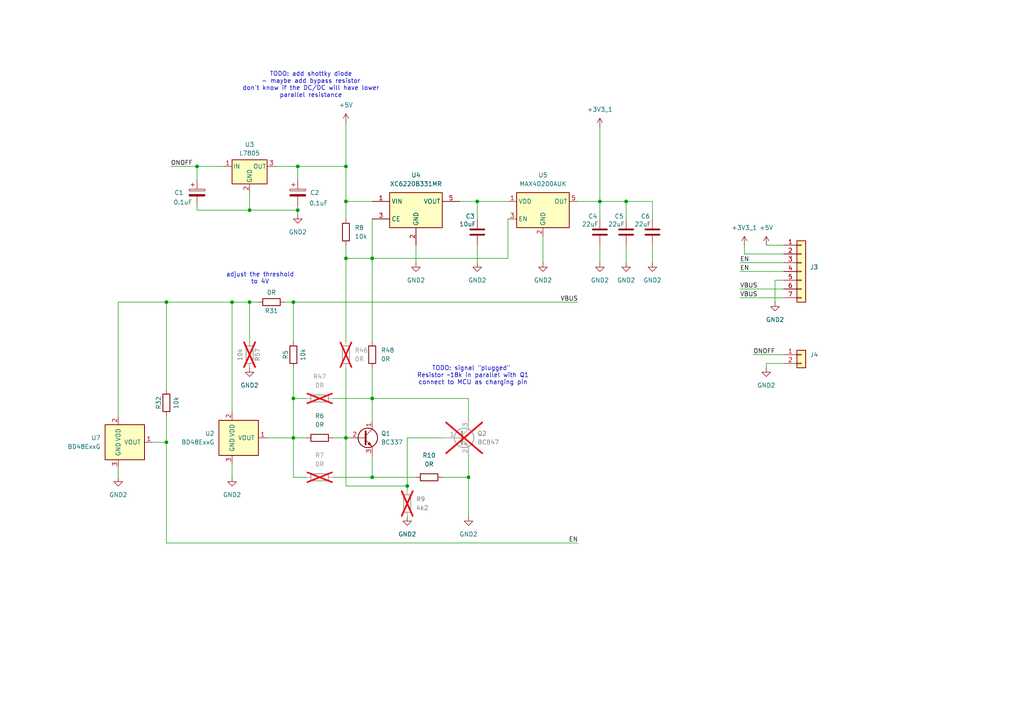
<source format=kicad_sch>
(kicad_sch (version 20250114) (generator "eeschema") (generator_version "9.0")
  (paper "A4")
  (title_block (title "Power Switch Breakout Board"))
  (lib_symbols
    (symbol "Analog_Switch:MAX40200AUK"
      (property "Reference" "U" (at -6.35 6.35 0))
      (property "Value" "MAX40200AUK" (at 7.62 6.35 0))
      (symbol "MAX40200AUK_1_1"
        (rectangle (start -7.62 -5.08) (end 7.62 5.08) (stroke (width 0.254)) (fill (type background)))
        (pin power_in line (at -10.16 2.54 0) (length 2.54) (name "VDD") (number "1"))
        (pin input line (at -10.16 -2.54 0) (length 2.54) (name "EN") (number "3"))
        (pin power_in line (at 0 -7.62 90) (length 2.54) (name "GND") (number "2"))
        (pin no_connect line (at 7.62 -2.54 180) (length 2.54) (hide yes) (name "NC") (number "4"))
        (pin passive line (at 10.16 2.54 180) (length 2.54) (name "OUT") (number "5"))
      )
    )
    (symbol "Connector_Generic:Conn_01x02" (pin_names (offset 1.016) (hide yes))
      (property "Reference" "J" (at 0 2.54 0))
      (property "Value" "Conn_01x02" (at 0 -5.08 0))
      (symbol "Conn_01x02_1_1"
        (rectangle (start -1.27 1.27) (end 1.27 -3.81) (stroke (width 0.254)) (fill (type background)))
        (rectangle (start -1.27 0.127) (end 0 -0.127) (stroke (width 0.1524)))
        (rectangle (start -1.27 -2.413) (end 0 -2.667) (stroke (width 0.1524)))
        (pin passive line (at -5.08 0 0) (length 3.81) (name "Pin_1") (number "1"))
        (pin passive line (at -5.08 -2.54 0) (length 3.81) (name "Pin_2") (number "2"))
      )
    )
    (symbol "Connector_Generic:Conn_01x07" (pin_names (offset 1.016) (hide yes))
      (property "Reference" "J" (at 0 10.16 0))
      (property "Value" "Conn_01x07" (at 0 -10.16 0))
      (symbol "Conn_01x07_1_1"
        (rectangle (start -1.27 8.89) (end 1.27 -8.89) (stroke (width 0.254)) (fill (type background)))
        (rectangle (start -1.27 7.747) (end 0 7.493) (stroke (width 0.1524)))
        (rectangle (start -1.27 5.207) (end 0 4.953) (stroke (width 0.1524)))
        (rectangle (start -1.27 2.667) (end 0 2.413) (stroke (width 0.1524)))
        (rectangle (start -1.27 0.127) (end 0 -0.127) (stroke (width 0.1524)))
        (rectangle (start -1.27 -2.413) (end 0 -2.667) (stroke (width 0.1524)))
        (rectangle (start -1.27 -4.953) (end 0 -5.207) (stroke (width 0.1524)))
        (rectangle (start -1.27 -7.493) (end 0 -7.747) (stroke (width 0.1524)))
        (pin passive line (at -5.08 7.62 0) (length 3.81) (name "Pin_1") (number "1"))
        (pin passive line (at -5.08 5.08 0) (length 3.81) (name "Pin_2") (number "2"))
        (pin passive line (at -5.08 2.54 0) (length 3.81) (name "Pin_3") (number "3"))
        (pin passive line (at -5.08 0 0) (length 3.81) (name "Pin_4") (number "4"))
        (pin passive line (at -5.08 -2.54 0) (length 3.81) (name "Pin_5") (number "5"))
        (pin passive line (at -5.08 -5.08 0) (length 3.81) (name "Pin_6") (number "6"))
        (pin passive line (at -5.08 -7.62 0) (length 3.81) (name "Pin_7") (number "7"))
      )
    )
    (symbol "Device:C" (pin_numbers (hide yes)) (pin_names (offset 0.254))
      (property "Reference" "C" (at 0.635 2.54 0))
      (property "Value" "C" (at 0.635 -2.54 0))
      (symbol "C_0_1"
        (polyline (pts (xy -2.032 0.762) (xy 2.032 0.762)) (stroke (width 0.508)))
        (polyline (pts (xy -2.032 -0.762) (xy 2.032 -0.762)) (stroke (width 0.508)))
      )
      (symbol "C_1_1"
        (pin passive line (at 0 3.81 270) (length 2.794) (name "~") (number "1"))
        (pin passive line (at 0 -3.81 90) (length 2.794) (name "~") (number "2"))
      )
    )
    (symbol "Device:C_Polarized" (pin_numbers (hide yes)) (pin_names (offset 0.254))
      (property "Reference" "C" (at 0.635 2.54 0))
      (property "Value" "C_Polarized" (at 0.635 -2.54 0))
      (symbol "C_Polarized_0_1"
        (rectangle (start -2.286 0.508) (end 2.286 1.016))
        (polyline (pts (xy -1.778 2.286) (xy -0.762 2.286)))
        (polyline (pts (xy -1.27 2.794) (xy -1.27 1.778)))
        (rectangle (start 2.286 -0.508) (end -2.286 -1.016) (fill (type outline)))
      )
      (symbol "C_Polarized_1_1"
        (pin passive line (at 0 3.81 270) (length 2.794) (name "~") (number "1"))
        (pin passive line (at 0 -3.81 90) (length 2.794) (name "~") (number "2"))
      )
    )
    (symbol "Device:R" (pin_numbers (hide yes)) (pin_names (offset 0))
      (property "Reference" "R" (at 2.032 0 90))
      (property "Value" "R" (at 0 0 90))
      (symbol "R_0_1"
        (rectangle (start -1.016 -2.54) (end 1.016 2.54) (stroke (width 0.254)))
      )
      (symbol "R_1_1"
        (pin passive line (at 0 3.81 270) (length 1.27) (name "~") (number "1"))
        (pin passive line (at 0 -3.81 90) (length 1.27) (name "~") (number "2"))
      )
    )
    (symbol "Power_Management:BD48ExxG" (pin_names (offset 1.016))
      (property "Reference" "U" (at -3.81 6.35 0))
      (property "Value" "BD48ExxG" (at -5.08 0 90))
      (symbol "BD48ExxG_1_1"
        (rectangle (start -3.81 5.08) (end 7.62 -5.08) (stroke (width 0.254)) (fill (type background)))
        (pin power_in line (at 0 7.62 270) (length 2.54) (name "VDD") (number "2"))
        (pin power_in line (at 0 -7.62 90) (length 2.54) (name "GND") (number "3"))
        (pin output line (at 10.16 0 180) (length 2.54) (name "VOUT") (number "1"))
      )
    )
    (symbol "Regulator_Linear:L7805" (pin_names (offset 0.254))
      (property "Reference" "U" (at -3.81 3.175 0))
      (property "Value" "L7805" (at 0 3.175 0))
      (symbol "L7805_0_1"
        (rectangle (start -5.08 1.905) (end 5.08 -5.08) (stroke (width 0.254)) (fill (type background)))
      )
      (symbol "L7805_1_1"
        (pin power_in line (at -7.62 0 0) (length 2.54) (name "IN") (number "1"))
        (pin power_in line (at 0 -7.62 90) (length 2.54) (name "GND") (number "2"))
        (pin power_out line (at 7.62 0 180) (length 2.54) (name "OUT") (number "3"))
      )
    )
    (symbol "Regulator_Linear:XC6220B331MR"
      (property "Reference" "U" (at 0 8.89 0))
      (property "Value" "XC6220B331MR" (at 0 6.35 0))
      (symbol "XC6220B331MR_0_1"
        (rectangle (start -7.62 5.08) (end 7.62 -5.08) (stroke (width 0.254)) (fill (type background)))
      )
      (symbol "XC6220B331MR_1_1"
        (pin power_in line (at -12.7 2.54 0) (length 5.08) (name "VIN") (number "1"))
        (pin input line (at -12.7 -2.54 0) (length 5.08) (name "CE") (number "3"))
        (pin power_in line (at 0 -10.16 90) (length 5.08) (name "GND") (number "2"))
        (pin no_connect line (at 7.62 -2.54 180) (length 5.08) (hide yes) (name "NC") (number "4"))
        (pin power_out line (at 12.7 2.54 180) (length 5.08) (name "VOUT") (number "5"))
      )
    )
    (symbol "Transistor_BJT:BC337" (pin_names (offset 0) (hide yes))
      (property "Reference" "Q" (at 5.08 1.905 0))
      (property "Value" "BC337" (at 5.08 0 0))
      (symbol "BC337_0_1"
        (polyline (pts (xy 0 0) (xy 0.635 0)))
        (polyline (pts (xy 0.635 1.905) (xy 0.635 -1.905) (xy 0.635 -1.905)) (stroke (width 0.508)))
        (polyline (pts (xy 0.635 0.635) (xy 2.54 2.54)))
        (polyline (pts (xy 0.635 -0.635) (xy 2.54 -2.54) (xy 2.54 -2.54)))
        (circle (center 1.27 0) (radius 2.8194) (stroke (width 0.254)))
        (polyline (pts (xy 1.27 -1.778) (xy 1.778 -1.27) (xy 2.286 -2.286) (xy 1.27 -1.778) (xy 1.27 -1.778)) (fill (type outline)))
      )
      (symbol "BC337_1_1"
        (pin input line (at -5.08 0 0) (length 5.08) (name "B") (number "2"))
        (pin passive line (at 2.54 5.08 270) (length 2.54) (name "C") (number "1"))
        (pin passive line (at 2.54 -5.08 90) (length 2.54) (name "E") (number "3"))
      )
    )
    (symbol "Transistor_BJT:BC847" (pin_names (offset 0) (hide yes))
      (property "Reference" "Q" (at 5.08 1.905 0))
      (property "Value" "BC847" (at 5.08 0 0))
      (symbol "BC847_0_1"
        (polyline (pts (xy 0.635 1.905) (xy 0.635 -1.905) (xy 0.635 -1.905)) (stroke (width 0.508)))
        (polyline (pts (xy 0.635 0.635) (xy 2.54 2.54)))
        (polyline (pts (xy 0.635 -0.635) (xy 2.54 -2.54) (xy 2.54 -2.54)))
        (circle (center 1.27 0) (radius 2.8194) (stroke (width 0.254)))
        (polyline (pts (xy 1.27 -1.778) (xy 1.778 -1.27) (xy 2.286 -2.286) (xy 1.27 -1.778) (xy 1.27 -1.778)) (fill (type outline)))
      )
      (symbol "BC847_1_1"
        (pin input line (at -5.08 0 0) (length 5.715) (name "B") (number "1"))
        (pin passive line (at 2.54 5.08 270) (length 2.54) (name "C") (number "3"))
        (pin passive line (at 2.54 -5.08 90) (length 2.54) (name "E") (number "2"))
      )
    )
    (symbol "power:+3V3" (power) (pin_numbers (hide yes)) (pin_names (offset 0) (hide yes))
      (property "Value" "+3V3" (at 0 3.556 0))
      (symbol "+3V3_0_1"
        (polyline (pts (xy -0.762 1.27) (xy 0 2.54)))
        (polyline (pts (xy 0 2.54) (xy 0.762 1.27)))
        (polyline (pts (xy 0 0) (xy 0 2.54)))
      )
      (symbol "+3V3_1_1"
        (pin power_in line (at 0 0 90) (length 0) (name "~") (number "1"))
      )
    )
    (symbol "power:+5V" (power) (pin_numbers (hide yes)) (pin_names (offset 0) (hide yes))
      (property "Value" "+5V" (at 0 3.556 0))
      (symbol "+5V_0_1"
        (polyline (pts (xy -0.762 1.27) (xy 0 2.54)))
        (polyline (pts (xy 0 2.54) (xy 0.762 1.27)))
        (polyline (pts (xy 0 0) (xy 0 2.54)))
      )
      (symbol "+5V_1_1"
        (pin power_in line (at 0 0 90) (length 0) (name "~") (number "1"))
      )
    )
    (symbol "power:GND" (power) (pin_numbers (hide yes)) (pin_names (offset 0) (hide yes))
      (property "Value" "GND" (at 0 -3.81 0))
      (symbol "GND_0_1"
        (polyline (pts (xy 0 0) (xy 0 -1.27) (xy 1.27 -1.27) (xy 0 -2.54) (xy -1.27 -1.27) (xy 0 -1.27)))
      )
      (symbol "GND_1_1"
        (pin power_in line (at 0 0 270) (length 0) (name "~") (number "1"))
      )
    )
  )
  (text "TODO: signal \"plugged\" \nResistor ~18k in parallel with Q1\nconnect to MCU as charging pin" (at 137.16 108.966 0) (effects (font (size 1.27 1.27))))
  (text "TODO: add shottky diode\n- maybe add bypass resistor\ndon't know if the DC/DC will have lower\nparallel resistance" (at 90.17 24.638 0) (effects (font (size 1.27 1.27))))
  (text "adjust the threshold\nto 4V" (at 75.438 80.772 0) (effects (font (size 1.27 1.27))))
  (junction (at 100.33 48.26))
  (junction (at 85.09 127))
  (junction (at 138.43 58.42))
  (junction (at 135.89 138.43))
  (junction (at 118.11 140.97))
  (junction (at 72.39 87.63))
  (junction (at 72.39 60.96))
  (junction (at 107.95 138.43))
  (junction (at 48.26 87.63))
  (junction (at 85.09 87.63))
  (junction (at 67.31 87.63))
  (junction (at 86.36 60.96))
  (junction (at 107.95 115.57))
  (junction (at 100.33 127))
  (junction (at 107.95 74.93))
  (junction (at 173.99 58.42))
  (junction (at 57.15 48.26))
  (junction (at 85.09 115.57))
  (junction (at 86.36 48.26))
  (junction (at 48.26 128.27))
  (junction (at 181.61 58.42))
  (junction (at 100.33 58.42))
  (junction (at 100.33 74.93))
  (wire (pts (xy 181.61 58.42) (xy 181.61 63.5)))
  (wire (pts (xy 167.64 58.42) (xy 173.99 58.42)))
  (wire (pts (xy 222.25 71.12) (xy 227.33 71.12)))
  (wire (pts (xy 96.52 138.43) (xy 107.95 138.43)))
  (wire (pts (xy 57.15 48.26) (xy 64.77 48.26)))
  (wire (pts (xy 118.11 127) (xy 128.27 127)))
  (wire (pts (xy 215.9 73.66) (xy 227.33 73.66)))
  (wire (pts (xy 57.15 60.96) (xy 72.39 60.96)))
  (wire (pts (xy 222.25 105.41) (xy 227.33 105.41)))
  (wire (pts (xy 173.99 36.83) (xy 173.99 58.42)))
  (wire (pts (xy 135.89 138.43) (xy 135.89 149.86)))
  (wire (pts (xy 147.32 63.5) (xy 147.32 74.93)))
  (wire (pts (xy 215.9 71.12) (xy 215.9 73.66)))
  (wire (pts (xy 214.63 76.2) (xy 227.33 76.2)))
  (wire (pts (xy 88.9 138.43) (xy 85.09 138.43)))
  (wire (pts (xy 100.33 48.26) (xy 100.33 58.42)))
  (wire (pts (xy 138.43 71.12) (xy 138.43 76.2)))
  (wire (pts (xy 135.89 132.08) (xy 135.89 138.43)))
  (wire (pts (xy 100.33 58.42) (xy 100.33 63.5)))
  (wire (pts (xy 57.15 48.26) (xy 57.15 52.07)))
  (wire (pts (xy 100.33 140.97) (xy 100.33 127)))
  (wire (pts (xy 100.33 35.56) (xy 100.33 48.26)))
  (wire (pts (xy 85.09 87.63) (xy 85.09 99.06)))
  (wire (pts (xy 173.99 71.12) (xy 173.99 76.2)))
  (wire (pts (xy 107.95 63.5) (xy 107.95 74.93)))
  (wire (pts (xy 48.26 157.48) (xy 167.64 157.48)))
  (wire (pts (xy 67.31 87.63) (xy 72.39 87.63)))
  (wire (pts (xy 48.26 128.27) (xy 48.26 120.65)))
  (wire (pts (xy 214.63 86.36) (xy 227.33 86.36)))
  (wire (pts (xy 44.45 128.27) (xy 48.26 128.27)))
  (wire (pts (xy 85.09 106.68) (xy 85.09 115.57)))
  (wire (pts (xy 67.31 87.63) (xy 67.31 119.38)))
  (wire (pts (xy 48.26 113.03) (xy 48.26 87.63)))
  (wire (pts (xy 86.36 60.96) (xy 86.36 59.69)))
  (wire (pts (xy 85.09 115.57) (xy 88.9 115.57)))
  (wire (pts (xy 48.26 87.63) (xy 67.31 87.63)))
  (wire (pts (xy 107.95 115.57) (xy 135.89 115.57)))
  (wire (pts (xy 80.01 48.26) (xy 86.36 48.26)))
  (wire (pts (xy 224.79 81.28) (xy 227.33 81.28)))
  (wire (pts (xy 107.95 138.43) (xy 120.65 138.43)))
  (wire (pts (xy 100.33 74.93) (xy 100.33 99.06)))
  (wire (pts (xy 72.39 87.63) (xy 74.93 87.63)))
  (wire (pts (xy 100.33 140.97) (xy 118.11 140.97)))
  (wire (pts (xy 214.63 83.82) (xy 227.33 83.82)))
  (wire (pts (xy 96.52 115.57) (xy 107.95 115.57)))
  (wire (pts (xy 107.95 74.93) (xy 147.32 74.93)))
  (wire (pts (xy 173.99 58.42) (xy 173.99 63.5)))
  (wire (pts (xy 189.23 71.12) (xy 189.23 76.2)))
  (wire (pts (xy 218.44 102.87) (xy 227.33 102.87)))
  (wire (pts (xy 34.29 87.63) (xy 34.29 120.65)))
  (wire (pts (xy 120.65 71.12) (xy 120.65 76.2)))
  (wire (pts (xy 88.9 127) (xy 85.09 127)))
  (wire (pts (xy 85.09 87.63) (xy 167.64 87.63)))
  (wire (pts (xy 34.29 87.63) (xy 48.26 87.63)))
  (wire (pts (xy 118.11 140.97) (xy 118.11 142.24)))
  (wire (pts (xy 86.36 60.96) (xy 86.36 62.23)))
  (wire (pts (xy 107.95 74.93) (xy 107.95 99.06)))
  (wire (pts (xy 138.43 58.42) (xy 138.43 63.5)))
  (wire (pts (xy 34.29 138.43) (xy 34.29 135.89)))
  (wire (pts (xy 85.09 115.57) (xy 85.09 127)))
  (wire (pts (xy 133.35 58.42) (xy 138.43 58.42)))
  (wire (pts (xy 85.09 138.43) (xy 85.09 127)))
  (wire (pts (xy 189.23 58.42) (xy 189.23 63.5)))
  (wire (pts (xy 222.25 106.68) (xy 222.25 105.41)))
  (wire (pts (xy 118.11 127) (xy 118.11 140.97)))
  (wire (pts (xy 214.63 78.74) (xy 227.33 78.74)))
  (wire (pts (xy 181.61 58.42) (xy 189.23 58.42)))
  (wire (pts (xy 100.33 58.42) (xy 107.95 58.42)))
  (wire (pts (xy 72.39 55.88) (xy 72.39 60.96)))
  (wire (pts (xy 57.15 60.96) (xy 57.15 59.69)))
  (wire (pts (xy 82.55 87.63) (xy 85.09 87.63)))
  (wire (pts (xy 128.27 138.43) (xy 135.89 138.43)))
  (wire (pts (xy 107.95 74.93) (xy 100.33 74.93)))
  (wire (pts (xy 157.48 68.58) (xy 157.48 76.2)))
  (wire (pts (xy 107.95 115.57) (xy 107.95 121.92)))
  (wire (pts (xy 77.47 127) (xy 85.09 127)))
  (wire (pts (xy 100.33 71.12) (xy 100.33 74.93)))
  (wire (pts (xy 135.89 115.57) (xy 135.89 121.92)))
  (wire (pts (xy 100.33 106.68) (xy 100.33 127)))
  (wire (pts (xy 67.31 134.62) (xy 67.31 138.43)))
  (wire (pts (xy 72.39 60.96) (xy 86.36 60.96)))
  (wire (pts (xy 86.36 48.26) (xy 86.36 52.07)))
  (wire (pts (xy 86.36 48.26) (xy 100.33 48.26)))
  (wire (pts (xy 72.39 87.63) (xy 72.39 99.06)))
  (wire (pts (xy 173.99 58.42) (xy 181.61 58.42)))
  (wire (pts (xy 181.61 71.12) (xy 181.61 76.2)))
  (wire (pts (xy 49.53 48.26) (xy 57.15 48.26)))
  (wire (pts (xy 107.95 106.68) (xy 107.95 115.57)))
  (wire (pts (xy 96.52 127) (xy 100.33 127)))
  (wire (pts (xy 48.26 157.48) (xy 48.26 128.27)))
  (wire (pts (xy 224.79 81.28) (xy 224.79 87.63)))
  (wire (pts (xy 138.43 58.42) (xy 147.32 58.42)))
  (wire (pts (xy 107.95 132.08) (xy 107.95 138.43)))
  (label "EN" (at 167.64 157.48 180))
  (label "VBUS" (at 214.63 83.82 0))
  (label "VBUS" (at 167.64 87.63 180))
  (label "VBUS" (at 214.63 86.36 0))
  (label "ONOFF" (at 49.53 48.26 0))
  (label "EN" (at 214.63 78.74 0))
  (label "EN" (at 214.63 76.2 0))
  (label "ONOFF" (at 218.44 102.87 0))
  (symbol (lib_id "power:GND") (at 173.99 76.2 0) (unit 1)
    (property "Reference" "#PWR033" (effects (hide yes)))
    (property "Value" "GND2" (at 173.99 81.28 0))
    (property "Description" "Power symbol creates a global label with name \"GND\" , ground" (effects (hide yes)))
  )
  (symbol (lib_id "Device:R") (at 78.74 87.63 270) (unit 1)
    (property "Reference" "R31" (at 78.74 90.17 90))
    (property "Value" "0R" (at 78.74 84.836 90))
    (property "Footprint" "Resistor_SMD:R_0805_2012Metric_Pad1.20x1.40mm_HandSolder" (effects (hide yes)))
    (property "Description" "Resistor" (effects (hide yes)))
  )
  (symbol (lib_id "Regulator_Linear:L7805") (at 72.39 48.26 0) (unit 1)
    (property "Reference" "U3" (at 72.39 41.91 0))
    (property "Value" "L7805" (at 72.39 44.45 0))
    (property "Footprint" "Package_TO_SOT_SMD:TO-263-2" (effects (hide yes)))
    (property "Datasheet" "http://www.st.com/content/ccc/resource/technical/document/datasheet/41/4f/b3/b0/12/d4/47/88/CD00000444.pdf/files/CD00000444.pdf/jcr:content/translations/en.CD00000444.pdf" (effects (hide yes)))
    (property "Description" "Positive 1.5A 35V Linear Regulator, Fixed Output 5V, TO-220/TO-263/TO-252" (effects (hide yes)))
  )
  (symbol (lib_id "Device:R") (at 92.71 115.57 270) (unit 1) (dnp yes)
    (property "Reference" "R47" (at 92.71 109.22 90))
    (property "Value" "0R" (at 92.71 111.76 90))
    (property "Footprint" "Resistor_SMD:R_0805_2012Metric_Pad1.20x1.40mm_HandSolder" (effects (hide yes)))
    (property "Description" "Resistor" (effects (hide yes)))
  )
  (symbol (lib_id "Device:C") (at 173.99 67.31 0) (unit 1)
    (property "Reference" "C4" (at 171.958 62.738 0))
    (property "Value" "22uF" (at 171.196 65.024 0))
    (property "Footprint" "Capacitor_SMD:C_0805_2012Metric_Pad1.18x1.45mm_HandSolder" (effects (hide yes)))
    (property "Description" "Unpolarized capacitor" (effects (hide yes)))
  )
  (symbol (lib_id "Device:C") (at 181.61 67.31 0) (unit 1)
    (property "Reference" "C5" (at 179.578 62.738 0))
    (property "Value" "22uF" (at 178.816 65.024 0))
    (property "Footprint" "Capacitor_SMD:C_0805_2012Metric_Pad1.18x1.45mm_HandSolder" (effects (hide yes)))
    (property "Description" "Unpolarized capacitor" (effects (hide yes)))
  )
  (symbol (lib_id "power:GND") (at 118.11 149.86 0) (unit 1)
    (property "Reference" "#PWR013" (effects (hide yes)))
    (property "Value" "GND2" (at 118.11 154.94 0))
    (property "Description" "Power symbol creates a global label with name \"GND\" , ground" (effects (hide yes)))
  )
  (symbol (lib_id "Device:C") (at 189.23 67.31 0) (unit 1)
    (property "Reference" "C6" (at 187.198 62.738 0))
    (property "Value" "22uF" (at 186.436 65.024 0))
    (property "Footprint" "Capacitor_SMD:C_0805_2012Metric_Pad1.18x1.45mm_HandSolder" (effects (hide yes)))
    (property "Description" "Unpolarized capacitor" (effects (hide yes)))
  )
  (symbol (lib_id "power:GND") (at 138.43 76.2 0) (unit 1)
    (property "Reference" "#PWR016" (effects (hide yes)))
    (property "Value" "GND2" (at 138.43 81.28 0))
    (property "Description" "Power symbol creates a global label with name \"GND\" , ground" (effects (hide yes)))
  )
  (symbol (lib_id "power:GND") (at 157.48 76.2 0) (unit 1)
    (property "Reference" "#PWR017" (effects (hide yes)))
    (property "Value" "GND2" (at 157.48 81.28 0))
    (property "Description" "Power symbol creates a global label with name \"GND\" , ground" (effects (hide yes)))
  )
  (symbol (lib_id "Connector_Generic:Conn_01x02") (at 232.41 102.87 0) (unit 1)
    (property "Reference" "J4" (at 234.95 102.8699 0) (effects (justify left)))
    (property "Value" "Conn_01x02" (effects (hide yes)))
    (property "Footprint" "Connector_PinHeader_2.54mm:PinHeader_2x01_P2.54mm_Vertical_SMD" (effects (hide yes)))
    (property "Description" "Generic connector, single row, 01x02, script generated (kicad-library-utils/schlib/autogen/connector/)" (effects (hide yes)))
  )
  (symbol (lib_id "power:GND") (at 34.29 138.43 0) (unit 1)
    (property "Reference" "#PWR032" (effects (hide yes)))
    (property "Value" "GND2" (at 34.29 143.51 0))
    (property "Description" "Power symbol creates a global label with name \"GND\" , ground" (effects (hide yes)))
  )
  (symbol (lib_id "Device:C") (at 138.43 67.31 0) (unit 1)
    (property "Reference" "C3" (at 136.398 62.738 0))
    (property "Value" "10uF" (at 135.636 65.024 0))
    (property "Footprint" "Capacitor_SMD:C_0805_2012Metric_Pad1.18x1.45mm_HandSolder" (effects (hide yes)))
    (property "Description" "Unpolarized capacitor" (effects (hide yes)))
  )
  (symbol (lib_id "Device:R") (at 85.09 102.87 180) (unit 1)
    (property "Reference" "R5" (at 82.804 102.87 90))
    (property "Value" "10k" (at 87.884 102.87 90))
    (property "Footprint" "Resistor_SMD:R_0805_2012Metric_Pad1.20x1.40mm_HandSolder" (effects (hide yes)))
    (property "Description" "Resistor" (effects (hide yes)))
  )
  (symbol (lib_id "power:GND") (at 181.61 76.2 0) (unit 1)
    (property "Reference" "#PWR034" (effects (hide yes)))
    (property "Value" "GND2" (at 181.61 81.28 0))
    (property "Description" "Power symbol creates a global label with name \"GND\" , ground" (effects (hide yes)))
  )
  (symbol (lib_id "power:GND") (at 86.36 62.23 0) (unit 1)
    (property "Reference" "#PWR011" (effects (hide yes)))
    (property "Value" "GND2" (at 86.36 67.31 0))
    (property "Description" "Power symbol creates a global label with name \"GND\" , ground" (effects (hide yes)))
  )
  (symbol (lib_id "Device:R") (at 72.39 102.87 0) (unit 1) (dnp yes)
    (property "Reference" "R57" (at 74.676 102.87 90))
    (property "Value" "10k" (at 69.596 102.87 90))
    (property "Footprint" "Resistor_SMD:R_0805_2012Metric_Pad1.20x1.40mm_HandSolder" (effects (hide yes)))
    (property "Description" "Resistor" (effects (hide yes)))
  )
  (symbol (lib_id "Device:C_Polarized") (at 86.36 55.88 0) (unit 1)
    (property "Reference" "C2" (at 89.916 55.88 0) (effects (justify left)))
    (property "Value" "0.1uF" (at 89.662 58.928 0) (effects (justify left)))
    (property "Footprint" "Capacitor_SMD:C_0805_2012Metric_Pad1.18x1.45mm_HandSolder" (effects (hide yes)))
    (property "Description" "Polarized capacitor" (effects (hide yes)))
  )
  (symbol (lib_id "Regulator_Linear:XC6220B331MR") (at 120.65 60.96 0) (unit 1)
    (property "Reference" "U4" (at 120.65 50.8 0))
    (property "Value" "XC6220B331MR" (at 120.65 53.34 0))
    (property "Footprint" "Package_TO_SOT_SMD:SOT-23-5" (effects (hide yes)))
    (property "Datasheet" "https://www.torexsemi.com/file/xc6220/XC6220.pdf" (effects (hide yes)))
    (property "Description" "1A, Low Drop-out Voltage Regulator, Fixed Output 3.3V, SOT-23-5" (effects (hide yes)))
  )
  (symbol (lib_id "Device:R") (at 107.95 102.87 180) (unit 1)
    (property "Reference" "R48" (at 110.49 101.5999 0) (effects (justify right)))
    (property "Value" "0R" (at 110.49 104.1399 0) (effects (justify right)))
    (property "Footprint" "Resistor_SMD:R_0805_2012Metric_Pad1.20x1.40mm_HandSolder" (effects (hide yes)))
    (property "Description" "Resistor" (effects (hide yes)))
  )
  (symbol (lib_id "Device:C_Polarized") (at 57.15 55.88 0) (unit 1)
    (property "Reference" "C1" (at 50.546 55.88 0) (effects (justify left)))
    (property "Value" "0.1uF" (at 50.292 58.674 0) (effects (justify left)))
    (property "Footprint" "Capacitor_SMD:C_0805_2012Metric_Pad1.18x1.45mm_HandSolder" (effects (hide yes)))
    (property "Description" "Polarized capacitor" (effects (hide yes)))
  )
  (symbol (lib_id "Device:R") (at 124.46 138.43 270) (unit 1)
    (property "Reference" "R10" (at 124.46 132.08 90))
    (property "Value" "0R" (at 124.46 134.62 90))
    (property "Footprint" "Resistor_SMD:R_0805_2012Metric_Pad1.20x1.40mm_HandSolder" (effects (hide yes)))
    (property "Description" "Resistor" (effects (hide yes)))
  )
  (symbol (lib_id "Device:R") (at 48.26 116.84 180) (unit 1)
    (property "Reference" "R32" (at 45.974 116.84 90))
    (property "Value" "10k" (at 51.054 116.84 90))
    (property "Footprint" "Resistor_SMD:R_0805_2012Metric_Pad1.20x1.40mm_HandSolder" (effects (hide yes)))
    (property "Description" "Resistor" (effects (hide yes)))
  )
  (symbol (lib_id "Transistor_BJT:BC847") (at 133.35 127 0) (unit 1) (dnp yes)
    (property "Reference" "Q2" (at 138.43 125.7299 0) (effects (justify left)))
    (property "Value" "BC847" (at 138.43 128.2699 0) (effects (justify left)))
    (property "Footprint" "Package_TO_SOT_SMD:SOT-23" (effects (hide yes)))
    (property "Datasheet" "http://www.infineon.com/dgdl/Infineon-BC847SERIES_BC848SERIES_BC849SERIES_BC850SERIES-DS-v01_01-en.pdf?fileId=db3a304314dca389011541d4630a1657" (effects (hide yes)))
    (property "Description" "0.1A Ic, 45V Vce, NPN Transistor, SOT-23" (effects (hide yes)))
  )
  (symbol (lib_id "Transistor_BJT:BC337") (at 105.41 127 0) (unit 1)
    (property "Reference" "Q1" (at 110.49 125.7299 0) (effects (justify left)))
    (property "Value" "BC337" (at 110.49 128.2699 0) (effects (justify left)))
    (property "Footprint" "Package_TO_SOT_THT:TO-92_Inline" (effects (hide yes)))
    (property "Datasheet" "https://diotec.com/tl_files/diotec/files/pdf/datasheets/bc337.pdf" (effects (hide yes)))
    (property "Description" "0.8A Ic, 45V Vce, NPN Transistor, TO-92" (effects (hide yes)))
  )
  (symbol (lib_id "Power_Management:BD48ExxG") (at 34.29 128.27 0) (unit 1)
    (property "Reference" "U7" (at 29.21 126.9999 0) (effects (justify right)))
    (property "Value" "BD48ExxG" (at 29.21 129.5399 0) (effects (justify right)))
    (property "Footprint" "Package_TO_SOT_SMD:SOT-23-5" (effects (hide yes)))
    (property "Datasheet" "https://www.rohm.de/datasheet/BD4830FVE/bd48xxg-e" (effects (hide yes)))
    (property "Description" "Standard CMOS Voltage Detector IC, Open Drain Output, SSOP5" (effects (hide yes)))
  )
  (symbol (lib_id "power:+3V3") (at 173.99 36.83 0) (unit 1)
    (property "Reference" "#PWR018" (effects (hide yes)))
    (property "Value" "+3V3_1" (at 173.99 31.75 0))
    (property "Description" "Power symbol creates a global label with name \"+3V3\"" (effects (hide yes)))
  )
  (symbol (lib_id "power:GND") (at 189.23 76.2 0) (unit 1)
    (property "Reference" "#PWR035" (effects (hide yes)))
    (property "Value" "GND2" (at 189.23 81.28 0))
    (property "Description" "Power symbol creates a global label with name \"GND\" , ground" (effects (hide yes)))
  )
  (symbol (lib_id "Device:R") (at 118.11 146.05 180) (unit 1) (dnp yes)
    (property "Reference" "R9" (at 120.65 144.7799 0) (effects (justify right)))
    (property "Value" "4k2" (at 120.65 147.3199 0) (effects (justify right)))
    (property "Footprint" "Resistor_SMD:R_0805_2012Metric_Pad1.20x1.40mm_HandSolder" (effects (hide yes)))
    (property "Description" "Resistor" (effects (hide yes)))
  )
  (symbol (lib_id "power:GND") (at 222.25 106.68 0) (unit 1)
    (property "Reference" "#PWR09" (effects (hide yes)))
    (property "Value" "GND2" (at 222.25 111.76 0))
    (property "Description" "Power symbol creates a global label with name \"GND\" , ground" (effects (hide yes)))
  )
  (symbol (lib_id "Device:R") (at 92.71 127 90) (unit 1)
    (property "Reference" "R6" (at 92.71 120.65 90))
    (property "Value" "0R" (at 92.71 123.19 90))
    (property "Footprint" "Resistor_SMD:R_0805_2012Metric_Pad1.20x1.40mm_HandSolder" (effects (hide yes)))
    (property "Description" "Resistor" (effects (hide yes)))
  )
  (symbol (lib_id "power:GND") (at 72.39 106.68 0) (unit 1)
    (property "Reference" "#PWR061" (effects (hide yes)))
    (property "Value" "GND2" (at 72.39 111.76 0))
    (property "Description" "Power symbol creates a global label with name \"GND\" , ground" (effects (hide yes)))
  )
  (symbol (lib_id "Analog_Switch:MAX40200AUK") (at 157.48 60.96 0) (unit 1)
    (property "Reference" "U5" (at 157.48 50.8 0))
    (property "Value" "MAX40200AUK" (at 157.48 53.34 0))
    (property "Footprint" "Package_TO_SOT_SMD:SOT-23-5" (effects (hide yes)))
    (property "Datasheet" "https://datasheets.maximintegrated.com/en/ds/MAX40200.pdf" (effects (hide yes)))
    (property "Description" "Ideal Diode, Ultra-Low Voltage Drop, 1.5-5.5V, 1A, SOT-23-5" (effects (hide yes)))
  )
  (symbol (lib_id "power:GND") (at 120.65 76.2 0) (unit 1)
    (property "Reference" "#PWR014" (effects (hide yes)))
    (property "Value" "GND2" (at 120.65 81.28 0))
    (property "Description" "Power symbol creates a global label with name \"GND\" , ground" (effects (hide yes)))
  )
  (symbol (lib_id "Connector_Generic:Conn_01x07") (at 232.41 78.74 0) (unit 1)
    (property "Reference" "J3" (at 234.95 77.4699 0) (effects (justify left)))
    (property "Value" "Conn_01x07" (effects (hide yes)))
    (property "Footprint" "Connector_PinHeader_2.54mm:PinHeader_1x07_P2.54mm_Vertical_SMD_Pin1Left" (effects (hide yes)))
    (property "Description" "Generic connector, single row, 01x07, script generated (kicad-library-utils/schlib/autogen/connector/)" (effects (hide yes)))
  )
  (symbol (lib_id "Device:R") (at 100.33 67.31 180) (unit 1)
    (property "Reference" "R8" (at 102.87 66.0399 0) (effects (justify right)))
    (property "Value" "10k" (at 102.87 68.5799 0) (effects (justify right)))
    (property "Footprint" "Resistor_SMD:R_0805_2012Metric_Pad1.20x1.40mm_HandSolder" (effects (hide yes)))
    (property "Description" "Resistor" (effects (hide yes)))
  )
  (symbol (lib_id "power:GND") (at 67.31 138.43 0) (unit 1)
    (property "Reference" "#PWR010" (effects (hide yes)))
    (property "Value" "GND2" (at 67.31 143.51 0))
    (property "Description" "Power symbol creates a global label with name \"GND\" , ground" (effects (hide yes)))
  )
  (symbol (lib_id "power:GND") (at 135.89 149.86 0) (unit 1)
    (property "Reference" "#PWR015" (effects (hide yes)))
    (property "Value" "GND2" (at 135.89 154.94 0))
    (property "Description" "Power symbol creates a global label with name \"GND\" , ground" (effects (hide yes)))
  )
  (symbol (lib_id "power:GND") (at 224.79 87.63 0) (unit 1)
    (property "Reference" "#PWR020" (effects (hide yes)))
    (property "Value" "GND2" (at 224.79 92.71 0))
    (property "Description" "Power symbol creates a global label with name \"GND\" , ground" (effects (hide yes)))
  )
  (symbol (lib_id "power:+5V") (at 222.25 71.12 0) (unit 1)
    (property "Reference" "#PWR019" (effects (hide yes)))
    (property "Value" "+5V" (at 222.25 66.04 0))
    (property "Description" "Power symbol creates a global label with name \"+5V\"" (effects (hide yes)))
  )
  (symbol (lib_id "Device:R") (at 100.33 102.87 180) (unit 1) (dnp yes)
    (property "Reference" "R46" (at 102.87 101.5999 0) (effects (justify right)))
    (property "Value" "0R" (at 102.87 104.1399 0) (effects (justify right)))
    (property "Footprint" "Resistor_SMD:R_0805_2012Metric_Pad1.20x1.40mm_HandSolder" (effects (hide yes)))
    (property "Description" "Resistor" (effects (hide yes)))
  )
  (symbol (lib_id "Power_Management:BD48ExxG") (at 67.31 127 0) (unit 1)
    (property "Reference" "U2" (at 62.23 125.7299 0) (effects (justify right)))
    (property "Value" "BD48ExxG" (at 62.23 128.2699 0) (effects (justify right)))
    (property "Footprint" "Package_TO_SOT_SMD:SOT-23-5" (effects (hide yes)))
    (property "Datasheet" "https://www.rohm.de/datasheet/BD4830FVE/bd48xxg-e" (effects (hide yes)))
    (property "Description" "Standard CMOS Voltage Detector IC, Open Drain Output, SSOP5" (effects (hide yes)))
  )
  (symbol (lib_id "Device:R") (at 92.71 138.43 90) (unit 1) (dnp yes)
    (property "Reference" "R7" (at 92.71 132.08 90))
    (property "Value" "0R" (at 92.71 134.62 90))
    (property "Footprint" "Resistor_SMD:R_0805_2012Metric_Pad1.20x1.40mm_HandSolder" (effects (hide yes)))
    (property "Description" "Resistor" (effects (hide yes)))
  )
  (symbol (lib_id "power:+3V3") (at 215.9 71.12 0) (unit 1)
    (property "Reference" "#PWR021" (effects (hide yes)))
    (property "Value" "+3V3_1" (at 215.9 66.04 0))
    (property "Description" "Power symbol creates a global label with name \"+3V3\"" (effects (hide yes)))
  )
  (symbol (lib_id "power:+5V") (at 100.33 35.56 0) (unit 1)
    (property "Reference" "#PWR012" (effects (hide yes)))
    (property "Value" "+5V" (at 100.33 30.48 0))
    (property "Description" "Power symbol creates a global label with name \"+5V\"" (effects (hide yes)))
  )
)
</source>
